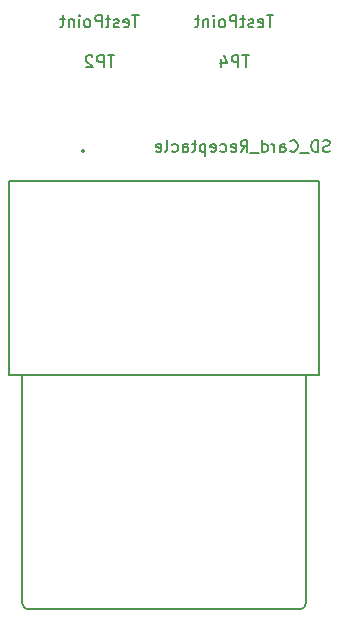
<source format=gbr>
%TF.GenerationSoftware,KiCad,Pcbnew,8.0.7-1.fc41*%
%TF.CreationDate,2025-01-19T14:44:00-06:00*%
%TF.ProjectId,Expansion_Card,45787061-6e73-4696-9f6e-5f436172642e,X1*%
%TF.SameCoordinates,Original*%
%TF.FileFunction,AssemblyDrawing,Bot*%
%FSLAX46Y46*%
G04 Gerber Fmt 4.6, Leading zero omitted, Abs format (unit mm)*
G04 Created by KiCad (PCBNEW 8.0.7-1.fc41) date 2025-01-19 14:44:00*
%MOMM*%
%LPD*%
G01*
G04 APERTURE LIST*
%ADD10C,0.150000*%
%ADD11C,0.127000*%
%ADD12C,0.200000*%
G04 APERTURE END LIST*
D10*
X137633333Y-125704819D02*
X137061905Y-125704819D01*
X137347619Y-126704819D02*
X137347619Y-125704819D01*
X136347619Y-126657200D02*
X136442857Y-126704819D01*
X136442857Y-126704819D02*
X136633333Y-126704819D01*
X136633333Y-126704819D02*
X136728571Y-126657200D01*
X136728571Y-126657200D02*
X136776190Y-126561961D01*
X136776190Y-126561961D02*
X136776190Y-126181009D01*
X136776190Y-126181009D02*
X136728571Y-126085771D01*
X136728571Y-126085771D02*
X136633333Y-126038152D01*
X136633333Y-126038152D02*
X136442857Y-126038152D01*
X136442857Y-126038152D02*
X136347619Y-126085771D01*
X136347619Y-126085771D02*
X136300000Y-126181009D01*
X136300000Y-126181009D02*
X136300000Y-126276247D01*
X136300000Y-126276247D02*
X136776190Y-126371485D01*
X135919047Y-126657200D02*
X135823809Y-126704819D01*
X135823809Y-126704819D02*
X135633333Y-126704819D01*
X135633333Y-126704819D02*
X135538095Y-126657200D01*
X135538095Y-126657200D02*
X135490476Y-126561961D01*
X135490476Y-126561961D02*
X135490476Y-126514342D01*
X135490476Y-126514342D02*
X135538095Y-126419104D01*
X135538095Y-126419104D02*
X135633333Y-126371485D01*
X135633333Y-126371485D02*
X135776190Y-126371485D01*
X135776190Y-126371485D02*
X135871428Y-126323866D01*
X135871428Y-126323866D02*
X135919047Y-126228628D01*
X135919047Y-126228628D02*
X135919047Y-126181009D01*
X135919047Y-126181009D02*
X135871428Y-126085771D01*
X135871428Y-126085771D02*
X135776190Y-126038152D01*
X135776190Y-126038152D02*
X135633333Y-126038152D01*
X135633333Y-126038152D02*
X135538095Y-126085771D01*
X135204761Y-126038152D02*
X134823809Y-126038152D01*
X135061904Y-125704819D02*
X135061904Y-126561961D01*
X135061904Y-126561961D02*
X135014285Y-126657200D01*
X135014285Y-126657200D02*
X134919047Y-126704819D01*
X134919047Y-126704819D02*
X134823809Y-126704819D01*
X134490475Y-126704819D02*
X134490475Y-125704819D01*
X134490475Y-125704819D02*
X134109523Y-125704819D01*
X134109523Y-125704819D02*
X134014285Y-125752438D01*
X134014285Y-125752438D02*
X133966666Y-125800057D01*
X133966666Y-125800057D02*
X133919047Y-125895295D01*
X133919047Y-125895295D02*
X133919047Y-126038152D01*
X133919047Y-126038152D02*
X133966666Y-126133390D01*
X133966666Y-126133390D02*
X134014285Y-126181009D01*
X134014285Y-126181009D02*
X134109523Y-126228628D01*
X134109523Y-126228628D02*
X134490475Y-126228628D01*
X133347618Y-126704819D02*
X133442856Y-126657200D01*
X133442856Y-126657200D02*
X133490475Y-126609580D01*
X133490475Y-126609580D02*
X133538094Y-126514342D01*
X133538094Y-126514342D02*
X133538094Y-126228628D01*
X133538094Y-126228628D02*
X133490475Y-126133390D01*
X133490475Y-126133390D02*
X133442856Y-126085771D01*
X133442856Y-126085771D02*
X133347618Y-126038152D01*
X133347618Y-126038152D02*
X133204761Y-126038152D01*
X133204761Y-126038152D02*
X133109523Y-126085771D01*
X133109523Y-126085771D02*
X133061904Y-126133390D01*
X133061904Y-126133390D02*
X133014285Y-126228628D01*
X133014285Y-126228628D02*
X133014285Y-126514342D01*
X133014285Y-126514342D02*
X133061904Y-126609580D01*
X133061904Y-126609580D02*
X133109523Y-126657200D01*
X133109523Y-126657200D02*
X133204761Y-126704819D01*
X133204761Y-126704819D02*
X133347618Y-126704819D01*
X132585713Y-126704819D02*
X132585713Y-126038152D01*
X132585713Y-125704819D02*
X132633332Y-125752438D01*
X132633332Y-125752438D02*
X132585713Y-125800057D01*
X132585713Y-125800057D02*
X132538094Y-125752438D01*
X132538094Y-125752438D02*
X132585713Y-125704819D01*
X132585713Y-125704819D02*
X132585713Y-125800057D01*
X132109523Y-126038152D02*
X132109523Y-126704819D01*
X132109523Y-126133390D02*
X132061904Y-126085771D01*
X132061904Y-126085771D02*
X131966666Y-126038152D01*
X131966666Y-126038152D02*
X131823809Y-126038152D01*
X131823809Y-126038152D02*
X131728571Y-126085771D01*
X131728571Y-126085771D02*
X131680952Y-126181009D01*
X131680952Y-126181009D02*
X131680952Y-126704819D01*
X131347618Y-126038152D02*
X130966666Y-126038152D01*
X131204761Y-125704819D02*
X131204761Y-126561961D01*
X131204761Y-126561961D02*
X131157142Y-126657200D01*
X131157142Y-126657200D02*
X131061904Y-126704819D01*
X131061904Y-126704819D02*
X130966666Y-126704819D01*
X135561904Y-129104819D02*
X134990476Y-129104819D01*
X135276190Y-130104819D02*
X135276190Y-129104819D01*
X134657142Y-130104819D02*
X134657142Y-129104819D01*
X134657142Y-129104819D02*
X134276190Y-129104819D01*
X134276190Y-129104819D02*
X134180952Y-129152438D01*
X134180952Y-129152438D02*
X134133333Y-129200057D01*
X134133333Y-129200057D02*
X134085714Y-129295295D01*
X134085714Y-129295295D02*
X134085714Y-129438152D01*
X134085714Y-129438152D02*
X134133333Y-129533390D01*
X134133333Y-129533390D02*
X134180952Y-129581009D01*
X134180952Y-129581009D02*
X134276190Y-129628628D01*
X134276190Y-129628628D02*
X134657142Y-129628628D01*
X133704761Y-129200057D02*
X133657142Y-129152438D01*
X133657142Y-129152438D02*
X133561904Y-129104819D01*
X133561904Y-129104819D02*
X133323809Y-129104819D01*
X133323809Y-129104819D02*
X133228571Y-129152438D01*
X133228571Y-129152438D02*
X133180952Y-129200057D01*
X133180952Y-129200057D02*
X133133333Y-129295295D01*
X133133333Y-129295295D02*
X133133333Y-129390533D01*
X133133333Y-129390533D02*
X133180952Y-129533390D01*
X133180952Y-129533390D02*
X133752380Y-130104819D01*
X133752380Y-130104819D02*
X133133333Y-130104819D01*
X149033333Y-125704819D02*
X148461905Y-125704819D01*
X148747619Y-126704819D02*
X148747619Y-125704819D01*
X147747619Y-126657200D02*
X147842857Y-126704819D01*
X147842857Y-126704819D02*
X148033333Y-126704819D01*
X148033333Y-126704819D02*
X148128571Y-126657200D01*
X148128571Y-126657200D02*
X148176190Y-126561961D01*
X148176190Y-126561961D02*
X148176190Y-126181009D01*
X148176190Y-126181009D02*
X148128571Y-126085771D01*
X148128571Y-126085771D02*
X148033333Y-126038152D01*
X148033333Y-126038152D02*
X147842857Y-126038152D01*
X147842857Y-126038152D02*
X147747619Y-126085771D01*
X147747619Y-126085771D02*
X147700000Y-126181009D01*
X147700000Y-126181009D02*
X147700000Y-126276247D01*
X147700000Y-126276247D02*
X148176190Y-126371485D01*
X147319047Y-126657200D02*
X147223809Y-126704819D01*
X147223809Y-126704819D02*
X147033333Y-126704819D01*
X147033333Y-126704819D02*
X146938095Y-126657200D01*
X146938095Y-126657200D02*
X146890476Y-126561961D01*
X146890476Y-126561961D02*
X146890476Y-126514342D01*
X146890476Y-126514342D02*
X146938095Y-126419104D01*
X146938095Y-126419104D02*
X147033333Y-126371485D01*
X147033333Y-126371485D02*
X147176190Y-126371485D01*
X147176190Y-126371485D02*
X147271428Y-126323866D01*
X147271428Y-126323866D02*
X147319047Y-126228628D01*
X147319047Y-126228628D02*
X147319047Y-126181009D01*
X147319047Y-126181009D02*
X147271428Y-126085771D01*
X147271428Y-126085771D02*
X147176190Y-126038152D01*
X147176190Y-126038152D02*
X147033333Y-126038152D01*
X147033333Y-126038152D02*
X146938095Y-126085771D01*
X146604761Y-126038152D02*
X146223809Y-126038152D01*
X146461904Y-125704819D02*
X146461904Y-126561961D01*
X146461904Y-126561961D02*
X146414285Y-126657200D01*
X146414285Y-126657200D02*
X146319047Y-126704819D01*
X146319047Y-126704819D02*
X146223809Y-126704819D01*
X145890475Y-126704819D02*
X145890475Y-125704819D01*
X145890475Y-125704819D02*
X145509523Y-125704819D01*
X145509523Y-125704819D02*
X145414285Y-125752438D01*
X145414285Y-125752438D02*
X145366666Y-125800057D01*
X145366666Y-125800057D02*
X145319047Y-125895295D01*
X145319047Y-125895295D02*
X145319047Y-126038152D01*
X145319047Y-126038152D02*
X145366666Y-126133390D01*
X145366666Y-126133390D02*
X145414285Y-126181009D01*
X145414285Y-126181009D02*
X145509523Y-126228628D01*
X145509523Y-126228628D02*
X145890475Y-126228628D01*
X144747618Y-126704819D02*
X144842856Y-126657200D01*
X144842856Y-126657200D02*
X144890475Y-126609580D01*
X144890475Y-126609580D02*
X144938094Y-126514342D01*
X144938094Y-126514342D02*
X144938094Y-126228628D01*
X144938094Y-126228628D02*
X144890475Y-126133390D01*
X144890475Y-126133390D02*
X144842856Y-126085771D01*
X144842856Y-126085771D02*
X144747618Y-126038152D01*
X144747618Y-126038152D02*
X144604761Y-126038152D01*
X144604761Y-126038152D02*
X144509523Y-126085771D01*
X144509523Y-126085771D02*
X144461904Y-126133390D01*
X144461904Y-126133390D02*
X144414285Y-126228628D01*
X144414285Y-126228628D02*
X144414285Y-126514342D01*
X144414285Y-126514342D02*
X144461904Y-126609580D01*
X144461904Y-126609580D02*
X144509523Y-126657200D01*
X144509523Y-126657200D02*
X144604761Y-126704819D01*
X144604761Y-126704819D02*
X144747618Y-126704819D01*
X143985713Y-126704819D02*
X143985713Y-126038152D01*
X143985713Y-125704819D02*
X144033332Y-125752438D01*
X144033332Y-125752438D02*
X143985713Y-125800057D01*
X143985713Y-125800057D02*
X143938094Y-125752438D01*
X143938094Y-125752438D02*
X143985713Y-125704819D01*
X143985713Y-125704819D02*
X143985713Y-125800057D01*
X143509523Y-126038152D02*
X143509523Y-126704819D01*
X143509523Y-126133390D02*
X143461904Y-126085771D01*
X143461904Y-126085771D02*
X143366666Y-126038152D01*
X143366666Y-126038152D02*
X143223809Y-126038152D01*
X143223809Y-126038152D02*
X143128571Y-126085771D01*
X143128571Y-126085771D02*
X143080952Y-126181009D01*
X143080952Y-126181009D02*
X143080952Y-126704819D01*
X142747618Y-126038152D02*
X142366666Y-126038152D01*
X142604761Y-125704819D02*
X142604761Y-126561961D01*
X142604761Y-126561961D02*
X142557142Y-126657200D01*
X142557142Y-126657200D02*
X142461904Y-126704819D01*
X142461904Y-126704819D02*
X142366666Y-126704819D01*
X146961904Y-129104819D02*
X146390476Y-129104819D01*
X146676190Y-130104819D02*
X146676190Y-129104819D01*
X146057142Y-130104819D02*
X146057142Y-129104819D01*
X146057142Y-129104819D02*
X145676190Y-129104819D01*
X145676190Y-129104819D02*
X145580952Y-129152438D01*
X145580952Y-129152438D02*
X145533333Y-129200057D01*
X145533333Y-129200057D02*
X145485714Y-129295295D01*
X145485714Y-129295295D02*
X145485714Y-129438152D01*
X145485714Y-129438152D02*
X145533333Y-129533390D01*
X145533333Y-129533390D02*
X145580952Y-129581009D01*
X145580952Y-129581009D02*
X145676190Y-129628628D01*
X145676190Y-129628628D02*
X146057142Y-129628628D01*
X144628571Y-129438152D02*
X144628571Y-130104819D01*
X144866666Y-129057200D02*
X145104761Y-129771485D01*
X145104761Y-129771485D02*
X144485714Y-129771485D01*
X153782143Y-137222200D02*
X153639286Y-137269819D01*
X153639286Y-137269819D02*
X153401191Y-137269819D01*
X153401191Y-137269819D02*
X153305953Y-137222200D01*
X153305953Y-137222200D02*
X153258334Y-137174580D01*
X153258334Y-137174580D02*
X153210715Y-137079342D01*
X153210715Y-137079342D02*
X153210715Y-136984104D01*
X153210715Y-136984104D02*
X153258334Y-136888866D01*
X153258334Y-136888866D02*
X153305953Y-136841247D01*
X153305953Y-136841247D02*
X153401191Y-136793628D01*
X153401191Y-136793628D02*
X153591667Y-136746009D01*
X153591667Y-136746009D02*
X153686905Y-136698390D01*
X153686905Y-136698390D02*
X153734524Y-136650771D01*
X153734524Y-136650771D02*
X153782143Y-136555533D01*
X153782143Y-136555533D02*
X153782143Y-136460295D01*
X153782143Y-136460295D02*
X153734524Y-136365057D01*
X153734524Y-136365057D02*
X153686905Y-136317438D01*
X153686905Y-136317438D02*
X153591667Y-136269819D01*
X153591667Y-136269819D02*
X153353572Y-136269819D01*
X153353572Y-136269819D02*
X153210715Y-136317438D01*
X152782143Y-137269819D02*
X152782143Y-136269819D01*
X152782143Y-136269819D02*
X152544048Y-136269819D01*
X152544048Y-136269819D02*
X152401191Y-136317438D01*
X152401191Y-136317438D02*
X152305953Y-136412676D01*
X152305953Y-136412676D02*
X152258334Y-136507914D01*
X152258334Y-136507914D02*
X152210715Y-136698390D01*
X152210715Y-136698390D02*
X152210715Y-136841247D01*
X152210715Y-136841247D02*
X152258334Y-137031723D01*
X152258334Y-137031723D02*
X152305953Y-137126961D01*
X152305953Y-137126961D02*
X152401191Y-137222200D01*
X152401191Y-137222200D02*
X152544048Y-137269819D01*
X152544048Y-137269819D02*
X152782143Y-137269819D01*
X152020239Y-137365057D02*
X151258334Y-137365057D01*
X150448810Y-137174580D02*
X150496429Y-137222200D01*
X150496429Y-137222200D02*
X150639286Y-137269819D01*
X150639286Y-137269819D02*
X150734524Y-137269819D01*
X150734524Y-137269819D02*
X150877381Y-137222200D01*
X150877381Y-137222200D02*
X150972619Y-137126961D01*
X150972619Y-137126961D02*
X151020238Y-137031723D01*
X151020238Y-137031723D02*
X151067857Y-136841247D01*
X151067857Y-136841247D02*
X151067857Y-136698390D01*
X151067857Y-136698390D02*
X151020238Y-136507914D01*
X151020238Y-136507914D02*
X150972619Y-136412676D01*
X150972619Y-136412676D02*
X150877381Y-136317438D01*
X150877381Y-136317438D02*
X150734524Y-136269819D01*
X150734524Y-136269819D02*
X150639286Y-136269819D01*
X150639286Y-136269819D02*
X150496429Y-136317438D01*
X150496429Y-136317438D02*
X150448810Y-136365057D01*
X149591667Y-137269819D02*
X149591667Y-136746009D01*
X149591667Y-136746009D02*
X149639286Y-136650771D01*
X149639286Y-136650771D02*
X149734524Y-136603152D01*
X149734524Y-136603152D02*
X149925000Y-136603152D01*
X149925000Y-136603152D02*
X150020238Y-136650771D01*
X149591667Y-137222200D02*
X149686905Y-137269819D01*
X149686905Y-137269819D02*
X149925000Y-137269819D01*
X149925000Y-137269819D02*
X150020238Y-137222200D01*
X150020238Y-137222200D02*
X150067857Y-137126961D01*
X150067857Y-137126961D02*
X150067857Y-137031723D01*
X150067857Y-137031723D02*
X150020238Y-136936485D01*
X150020238Y-136936485D02*
X149925000Y-136888866D01*
X149925000Y-136888866D02*
X149686905Y-136888866D01*
X149686905Y-136888866D02*
X149591667Y-136841247D01*
X149115476Y-137269819D02*
X149115476Y-136603152D01*
X149115476Y-136793628D02*
X149067857Y-136698390D01*
X149067857Y-136698390D02*
X149020238Y-136650771D01*
X149020238Y-136650771D02*
X148925000Y-136603152D01*
X148925000Y-136603152D02*
X148829762Y-136603152D01*
X148067857Y-137269819D02*
X148067857Y-136269819D01*
X148067857Y-137222200D02*
X148163095Y-137269819D01*
X148163095Y-137269819D02*
X148353571Y-137269819D01*
X148353571Y-137269819D02*
X148448809Y-137222200D01*
X148448809Y-137222200D02*
X148496428Y-137174580D01*
X148496428Y-137174580D02*
X148544047Y-137079342D01*
X148544047Y-137079342D02*
X148544047Y-136793628D01*
X148544047Y-136793628D02*
X148496428Y-136698390D01*
X148496428Y-136698390D02*
X148448809Y-136650771D01*
X148448809Y-136650771D02*
X148353571Y-136603152D01*
X148353571Y-136603152D02*
X148163095Y-136603152D01*
X148163095Y-136603152D02*
X148067857Y-136650771D01*
X147829762Y-137365057D02*
X147067857Y-137365057D01*
X146258333Y-137269819D02*
X146591666Y-136793628D01*
X146829761Y-137269819D02*
X146829761Y-136269819D01*
X146829761Y-136269819D02*
X146448809Y-136269819D01*
X146448809Y-136269819D02*
X146353571Y-136317438D01*
X146353571Y-136317438D02*
X146305952Y-136365057D01*
X146305952Y-136365057D02*
X146258333Y-136460295D01*
X146258333Y-136460295D02*
X146258333Y-136603152D01*
X146258333Y-136603152D02*
X146305952Y-136698390D01*
X146305952Y-136698390D02*
X146353571Y-136746009D01*
X146353571Y-136746009D02*
X146448809Y-136793628D01*
X146448809Y-136793628D02*
X146829761Y-136793628D01*
X145448809Y-137222200D02*
X145544047Y-137269819D01*
X145544047Y-137269819D02*
X145734523Y-137269819D01*
X145734523Y-137269819D02*
X145829761Y-137222200D01*
X145829761Y-137222200D02*
X145877380Y-137126961D01*
X145877380Y-137126961D02*
X145877380Y-136746009D01*
X145877380Y-136746009D02*
X145829761Y-136650771D01*
X145829761Y-136650771D02*
X145734523Y-136603152D01*
X145734523Y-136603152D02*
X145544047Y-136603152D01*
X145544047Y-136603152D02*
X145448809Y-136650771D01*
X145448809Y-136650771D02*
X145401190Y-136746009D01*
X145401190Y-136746009D02*
X145401190Y-136841247D01*
X145401190Y-136841247D02*
X145877380Y-136936485D01*
X144544047Y-137222200D02*
X144639285Y-137269819D01*
X144639285Y-137269819D02*
X144829761Y-137269819D01*
X144829761Y-137269819D02*
X144924999Y-137222200D01*
X144924999Y-137222200D02*
X144972618Y-137174580D01*
X144972618Y-137174580D02*
X145020237Y-137079342D01*
X145020237Y-137079342D02*
X145020237Y-136793628D01*
X145020237Y-136793628D02*
X144972618Y-136698390D01*
X144972618Y-136698390D02*
X144924999Y-136650771D01*
X144924999Y-136650771D02*
X144829761Y-136603152D01*
X144829761Y-136603152D02*
X144639285Y-136603152D01*
X144639285Y-136603152D02*
X144544047Y-136650771D01*
X143734523Y-137222200D02*
X143829761Y-137269819D01*
X143829761Y-137269819D02*
X144020237Y-137269819D01*
X144020237Y-137269819D02*
X144115475Y-137222200D01*
X144115475Y-137222200D02*
X144163094Y-137126961D01*
X144163094Y-137126961D02*
X144163094Y-136746009D01*
X144163094Y-136746009D02*
X144115475Y-136650771D01*
X144115475Y-136650771D02*
X144020237Y-136603152D01*
X144020237Y-136603152D02*
X143829761Y-136603152D01*
X143829761Y-136603152D02*
X143734523Y-136650771D01*
X143734523Y-136650771D02*
X143686904Y-136746009D01*
X143686904Y-136746009D02*
X143686904Y-136841247D01*
X143686904Y-136841247D02*
X144163094Y-136936485D01*
X143258332Y-136603152D02*
X143258332Y-137603152D01*
X143258332Y-136650771D02*
X143163094Y-136603152D01*
X143163094Y-136603152D02*
X142972618Y-136603152D01*
X142972618Y-136603152D02*
X142877380Y-136650771D01*
X142877380Y-136650771D02*
X142829761Y-136698390D01*
X142829761Y-136698390D02*
X142782142Y-136793628D01*
X142782142Y-136793628D02*
X142782142Y-137079342D01*
X142782142Y-137079342D02*
X142829761Y-137174580D01*
X142829761Y-137174580D02*
X142877380Y-137222200D01*
X142877380Y-137222200D02*
X142972618Y-137269819D01*
X142972618Y-137269819D02*
X143163094Y-137269819D01*
X143163094Y-137269819D02*
X143258332Y-137222200D01*
X142496427Y-136603152D02*
X142115475Y-136603152D01*
X142353570Y-136269819D02*
X142353570Y-137126961D01*
X142353570Y-137126961D02*
X142305951Y-137222200D01*
X142305951Y-137222200D02*
X142210713Y-137269819D01*
X142210713Y-137269819D02*
X142115475Y-137269819D01*
X141353570Y-137269819D02*
X141353570Y-136746009D01*
X141353570Y-136746009D02*
X141401189Y-136650771D01*
X141401189Y-136650771D02*
X141496427Y-136603152D01*
X141496427Y-136603152D02*
X141686903Y-136603152D01*
X141686903Y-136603152D02*
X141782141Y-136650771D01*
X141353570Y-137222200D02*
X141448808Y-137269819D01*
X141448808Y-137269819D02*
X141686903Y-137269819D01*
X141686903Y-137269819D02*
X141782141Y-137222200D01*
X141782141Y-137222200D02*
X141829760Y-137126961D01*
X141829760Y-137126961D02*
X141829760Y-137031723D01*
X141829760Y-137031723D02*
X141782141Y-136936485D01*
X141782141Y-136936485D02*
X141686903Y-136888866D01*
X141686903Y-136888866D02*
X141448808Y-136888866D01*
X141448808Y-136888866D02*
X141353570Y-136841247D01*
X140448808Y-137222200D02*
X140544046Y-137269819D01*
X140544046Y-137269819D02*
X140734522Y-137269819D01*
X140734522Y-137269819D02*
X140829760Y-137222200D01*
X140829760Y-137222200D02*
X140877379Y-137174580D01*
X140877379Y-137174580D02*
X140924998Y-137079342D01*
X140924998Y-137079342D02*
X140924998Y-136793628D01*
X140924998Y-136793628D02*
X140877379Y-136698390D01*
X140877379Y-136698390D02*
X140829760Y-136650771D01*
X140829760Y-136650771D02*
X140734522Y-136603152D01*
X140734522Y-136603152D02*
X140544046Y-136603152D01*
X140544046Y-136603152D02*
X140448808Y-136650771D01*
X139877379Y-137269819D02*
X139972617Y-137222200D01*
X139972617Y-137222200D02*
X140020236Y-137126961D01*
X140020236Y-137126961D02*
X140020236Y-136269819D01*
X139115474Y-137222200D02*
X139210712Y-137269819D01*
X139210712Y-137269819D02*
X139401188Y-137269819D01*
X139401188Y-137269819D02*
X139496426Y-137222200D01*
X139496426Y-137222200D02*
X139544045Y-137126961D01*
X139544045Y-137126961D02*
X139544045Y-136746009D01*
X139544045Y-136746009D02*
X139496426Y-136650771D01*
X139496426Y-136650771D02*
X139401188Y-136603152D01*
X139401188Y-136603152D02*
X139210712Y-136603152D01*
X139210712Y-136603152D02*
X139115474Y-136650771D01*
X139115474Y-136650771D02*
X139067855Y-136746009D01*
X139067855Y-136746009D02*
X139067855Y-136841247D01*
X139067855Y-136841247D02*
X139544045Y-136936485D01*
D11*
%TO.C,J2*%
X126625000Y-139700000D02*
X126625000Y-156200000D01*
X126625000Y-156200000D02*
X127775000Y-156200000D01*
X127775000Y-156200000D02*
X127775000Y-175500000D01*
X127775000Y-156200000D02*
X151775000Y-156200000D01*
X128275000Y-176000000D02*
X151275000Y-176000000D01*
X151775000Y-156200000D02*
X152925000Y-156200000D01*
X151775000Y-175500000D02*
X151775000Y-156200000D01*
X152925000Y-139700000D02*
X126625000Y-139700000D01*
X152925000Y-156200000D02*
X152925000Y-139700000D01*
X128275000Y-176000000D02*
G75*
G02*
X127775000Y-175500000I0J500000D01*
G01*
X151775000Y-175500000D02*
G75*
G02*
X151275000Y-176000000I-500001J1D01*
G01*
D12*
X133000000Y-137200000D02*
G75*
G02*
X132800000Y-137200000I-100000J0D01*
G01*
X132800000Y-137200000D02*
G75*
G02*
X133000000Y-137200000I100000J0D01*
G01*
%TD*%
M02*

</source>
